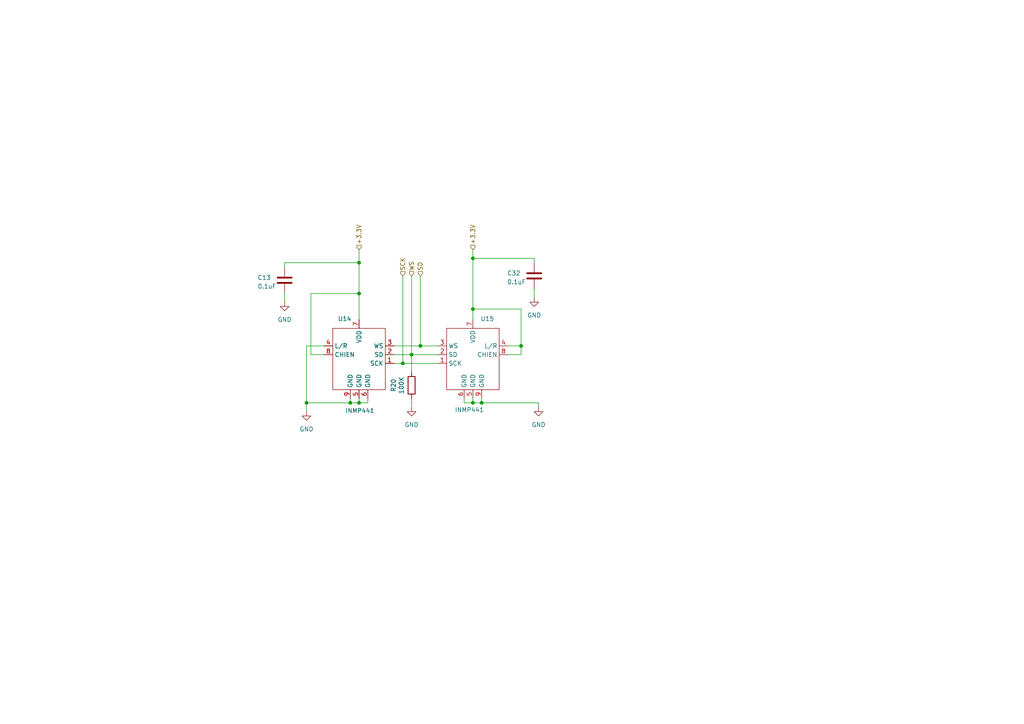
<source format=kicad_sch>
(kicad_sch (version 20231120) (generator "eeschema") (generator_version "8.0")
  (paper "A4")
  (lib_symbols
    (symbol "CamTracker:INMP441"
      (property "Reference" "U" (at -4.572 20.066 0))
      (symbol "INMP441_0_1"
        (rectangle (start -5.08 19.05) (end 10.16 1.27))
      )
      (symbol "INMP441_1_1"
        (pin input line (at -7.62 8.89 0) (length 2.54) (name "SCK") (number "1"))
        (pin input line (at -7.62 11.43 0) (length 2.54) (name "SD") (number "2"))
        (pin input line (at -7.62 13.97 0) (length 2.54) (name "WS") (number "3"))
        (pin input line (at 12.7 13.97 180) (length 2.54) (name "L/R") (number "4"))
        (pin input line (at 2.54 -1.27 90) (length 2.54) (name "GND") (number "5"))
        (pin input line (at 0 -1.27 90) (length 2.54) (name "GND") (number "6"))
        (pin input line (at 2.54 21.59 270) (length 2.54) (name "VDD") (number "7"))
        (pin input line (at 12.7 11.43 180) (length 2.54) (name "CHIEN") (number "8"))
        (pin input line (at 5.08 -1.27 90) (length 2.54) (name "GND") (number "9"))
      )
    )
    (symbol "Device:C" (pin_numbers hide) (pin_names (offset 0.254))
      (property "Reference" "C" (at 0.635 2.54 0))
      (property "Value" "C" (at 0.635 -2.54 0))
      (symbol "C_0_1"
        (polyline (pts (xy -2.032 -0.762) (xy 2.032 -0.762)) (stroke (width 0.508)))
        (polyline (pts (xy -2.032 0.762) (xy 2.032 0.762)) (stroke (width 0.508)))
      )
      (symbol "C_1_1"
        (pin passive line (at 0 3.81 270) (length 2.794) (name "~") (number "1"))
        (pin passive line (at 0 -3.81 90) (length 2.794) (name "~") (number "2"))
      )
    )
    (symbol "Device:R" (pin_numbers hide) (pin_names (offset 0))
      (property "Reference" "R" (at 2.032 0 90))
      (property "Value" "R" (at 0 0 90))
      (symbol "R_0_1"
        (rectangle (start -1.016 -2.54) (end 1.016 2.54) (stroke (width 0.254)))
      )
      (symbol "R_1_1"
        (pin passive line (at 0 3.81 270) (length 1.27) (name "~") (number "1"))
        (pin passive line (at 0 -3.81 90) (length 1.27) (name "~") (number "2"))
      )
    )
    (symbol "power:GND" (power) (pin_names (offset 0))
      (property "Value" "GND" (at 0 -3.81 0))
      (symbol "GND_0_1"
        (polyline (pts (xy 0 0) (xy 0 -1.27) (xy 1.27 -1.27) (xy 0 -2.54) (xy -1.27 -1.27) (xy 0 -1.27)))
      )
      (symbol "GND_1_1"
        (pin power_in line (at 0 0 270) (length 0) hide (name "GND") (number "1"))
      )
    )
  )
  (junction (at 139.7 116.84))
  (junction (at 116.84 105.41))
  (junction (at 121.92 100.33))
  (junction (at 104.14 85.1369))
  (junction (at 137.16 89.6466))
  (junction (at 137.16 74.93))
  (junction (at 104.14 116.84))
  (junction (at 104.14 76.2))
  (junction (at 137.16 116.84))
  (junction (at 151.13 100.33))
  (junction (at 88.9 116.84))
  (junction (at 119.38 102.87))
  (junction (at 101.6 116.84))
  (wire (pts (xy 134.62 116.84) (xy 134.62 115.57)))
  (wire (pts (xy 137.16 74.93) (xy 154.94 74.93)))
  (wire (pts (xy 119.38 102.87) (xy 127 102.87)))
  (wire (pts (xy 90.17 102.87) (xy 93.98 102.87)))
  (wire (pts (xy 114.3 102.87) (xy 119.38 102.87)))
  (wire (pts (xy 121.92 80.01) (xy 121.92 100.33)))
  (wire (pts (xy 137.16 116.84) (xy 139.7 116.84)))
  (wire (pts (xy 137.16 74.93) (xy 137.16 89.6466)))
  (wire (pts (xy 104.14 116.84) (xy 106.68 116.84)))
  (wire (pts (xy 104.14 116.84) (xy 104.14 115.57)))
  (wire (pts (xy 119.38 80.01) (xy 119.38 102.87)))
  (wire (pts (xy 119.38 115.57) (xy 119.38 118.11)))
  (wire (pts (xy 88.9 116.84) (xy 88.9 119.38)))
  (wire (pts (xy 104.14 72.39) (xy 104.14 76.2)))
  (wire (pts (xy 121.92 100.33) (xy 127 100.33)))
  (wire (pts (xy 137.16 116.84) (xy 137.16 115.57)))
  (wire (pts (xy 88.9 100.33) (xy 88.9 116.84)))
  (wire (pts (xy 82.55 85.09) (xy 82.55 87.63)))
  (wire (pts (xy 119.38 102.87) (xy 119.38 107.95)))
  (wire (pts (xy 104.14 76.2) (xy 104.14 85.1369)))
  (wire (pts (xy 139.7 116.84) (xy 139.7 115.57)))
  (wire (pts (xy 114.3 105.41) (xy 116.84 105.41)))
  (wire (pts (xy 104.14 76.2) (xy 82.55 76.2)))
  (wire (pts (xy 101.6 116.84) (xy 101.6 115.57)))
  (wire (pts (xy 114.3 100.33) (xy 121.92 100.33)))
  (wire (pts (xy 137.16 72.39) (xy 137.16 74.93)))
  (wire (pts (xy 88.9 116.84) (xy 101.6 116.84)))
  (wire (pts (xy 137.16 89.6466) (xy 137.16 92.71)))
  (wire (pts (xy 90.17 85.1369) (xy 90.17 102.87)))
  (wire (pts (xy 101.6 116.84) (xy 104.14 116.84)))
  (wire (pts (xy 151.13 100.33) (xy 147.32 100.33)))
  (wire (pts (xy 151.13 102.87) (xy 147.32 102.87)))
  (wire (pts (xy 90.17 85.1369) (xy 104.14 85.1369)))
  (wire (pts (xy 139.7 116.84) (xy 156.21 116.84)))
  (wire (pts (xy 151.13 100.33) (xy 151.13 89.6466)))
  (wire (pts (xy 154.94 83.82) (xy 154.94 86.36)))
  (wire (pts (xy 93.98 100.33) (xy 88.9 100.33)))
  (wire (pts (xy 116.84 80.01) (xy 116.84 105.41)))
  (wire (pts (xy 82.55 76.2) (xy 82.55 77.47)))
  (wire (pts (xy 154.94 74.93) (xy 154.94 76.2)))
  (wire (pts (xy 106.68 116.84) (xy 106.68 115.57)))
  (wire (pts (xy 151.13 89.6466) (xy 137.16 89.6466)))
  (wire (pts (xy 156.21 116.84) (xy 156.21 118.11)))
  (wire (pts (xy 151.13 100.33) (xy 151.13 102.87)))
  (wire (pts (xy 104.14 85.1369) (xy 104.14 92.71)))
  (wire (pts (xy 116.84 105.41) (xy 127 105.41)))
  (wire (pts (xy 134.62 116.84) (xy 137.16 116.84)))
  (hierarchical_label "+3.3V" (shape input) (at 104.14 72.39 90))
  (hierarchical_label "SCK" (shape input) (at 116.84 80.01 90))
  (hierarchical_label "+3.3V" (shape input) (at 137.16 72.39 90))
  (hierarchical_label "WS" (shape input) (at 119.38 80.01 90))
  (hierarchical_label "SD" (shape input) (at 121.92 80.01 90))
  (symbol (lib_id "power:GND") (at 88.9 119.38 0) (unit 1)
    (property "Reference" "#PWR049" (effects (hide yes)))
    (property "Value" "GND" (at 88.9 124.46 0))
    (property "Description" "Power symbol creates a global label with name \"GND\" , ground" (effects (hide yes)))
  )
  (symbol (lib_id "power:GND") (at 154.94 86.36 0) (unit 1)
    (property "Reference" "#PWR051" (effects (hide yes)))
    (property "Value" "GND" (at 154.94 91.44 0))
    (property "Description" "Power symbol creates a global label with name \"GND\" , ground" (effects (hide yes)))
  )
  (symbol (lib_id "Device:R") (at 119.38 111.76 0) (unit 1)
    (property "Reference" "R20" (at 114.1222 111.76 90))
    (property "Value" "100K" (at 116.4336 111.76 90))
    (property "Footprint" "Resistor_SMD:R_0603_1608Metric" (effects (hide yes)))
  )
  (symbol (lib_id "power:GND") (at 82.55 87.63 0) (unit 1)
    (property "Reference" "#PWR048" (effects (hide yes)))
    (property "Value" "GND" (at 82.55 92.71 0))
    (property "Description" "Power symbol creates a global label with name \"GND\" , ground" (effects (hide yes)))
  )
  (symbol (lib_id "Device:C") (at 154.94 80.01 0) (unit 1)
    (property "Reference" "C32" (at 147.066 79.248 0) (effects (justify left)))
    (property "Value" "0.1uF" (at 147.066 81.788 0) (effects (justify left)))
    (property "Footprint" "Capacitor_SMD:C_0603_1608Metric" (effects (hide yes)))
    (property "Description" "Unpolarized capacitor" (effects (hide yes)))
  )
  (symbol (lib_id "power:GND") (at 156.21 118.11 0) (unit 1)
    (property "Reference" "#PWR050" (effects (hide yes)))
    (property "Value" "GND" (at 156.21 123.19 0))
    (property "Description" "Power symbol creates a global label with name \"GND\" , ground" (effects (hide yes)))
  )
  (symbol (lib_id "Device:C") (at 82.55 81.28 0) (unit 1)
    (property "Reference" "C13" (at 74.676 80.518 0) (effects (justify left)))
    (property "Value" "0.1uF" (at 74.676 83.058 0) (effects (justify left)))
    (property "Footprint" "Capacitor_SMD:C_0603_1608Metric" (effects (hide yes)))
    (property "Description" "Unpolarized capacitor" (effects (hide yes)))
  )
  (symbol (lib_id "CamTracker:INMP441") (at 134.62 114.3 0) (unit 1)
    (property "Reference" "U15" (at 139.3541 92.456 0) (effects (justify left)))
    (property "Value" "INMP441" (at 136.144 118.872 0))
    (property "Footprint" "Cam_Tracker_V3.1:INMP441" (effects (hide yes)))
    (property "Datasheet" "https://www.digikey.com/htmldatasheets/production/1431884/0/0/1/inmp441-datasheet.html" (effects (hide yes)))
    (property "Link" "https://www.digikey.com/en/products/detail/tdk-invensense/INMP441ACEZ-R7/2793284" (effects (hide yes)))
    (property "MPN" "INMP441" (effects (hide yes)))
  )
  (symbol (lib_id "power:GND") (at 119.38 118.11 0) (unit 1)
    (property "Reference" "#PWR052" (effects (hide yes)))
    (property "Value" "GND" (at 119.38 123.19 0))
    (property "Description" "Power symbol creates a global label with name \"GND\" , ground" (effects (hide yes)))
  )
  (symbol (lib_id "CamTracker:INMP441") (at 106.68 114.3 0) (mirror y) (unit 1)
    (property "Reference" "U14" (at 101.9459 92.456 0) (effects (justify left)))
    (property "Value" "INMP441" (at 104.394 119.126 0))
    (property "Footprint" "Cam_Tracker_V3.1:INMP441" (effects (hide yes)))
    (property "Datasheet" "https://www.digikey.com/htmldatasheets/production/1431884/0/0/1/inmp441-datasheet.html" (effects (hide yes)))
    (property "Link" "https://www.digikey.com/en/products/detail/tdk-invensense/INMP441ACEZ-R7/2793284" (effects (hide yes)))
    (property "MPN" "INMP441" (effects (hide yes)))
  )
)
</source>
